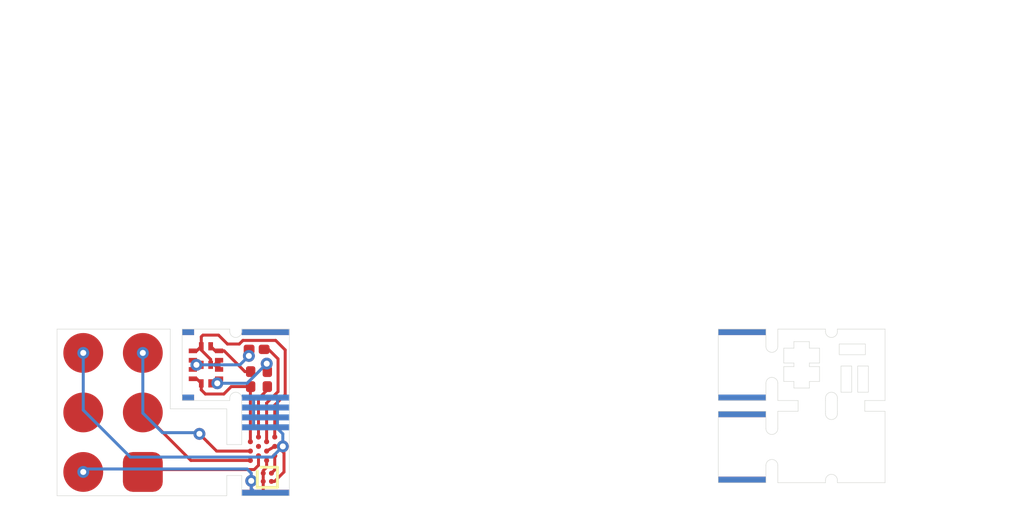
<source format=kicad_pcb>
(kicad_pcb (version 20211014) (generator pcbnew)
  (layers (0 "F.Cu" signal) (31 "B.Cu" signal) (34 "B.Paste" user) (35 "F.Paste" user) (36 "B.SilkS" user "B.Silkscreen") (37 "F.SilkS" user "F.Silkscreen") (38 "B.Mask" user) (39 "F.Mask" user) (44 "Edge.Cuts" user))
  (net 0 "")
  (net 1 "/gnd")
  (net 2 "/e25")
  (net 3 "/e3")
  (net 4 "/e6")
  (net 5 "/vcc")
  (net 6 "/e14")
  (net 7 "/clk")
  (net 8 "/rst")
  (net 9 "/data")
  (net 11 "Net-(U1-PadA5)")
  (net 13 "Net-(D2-Pad2)")
  (net 14 "Net-(D3-Pad2)")
  (net 15 "Net-(D7-Pad2)")
  (footprint "nanoraptor_0805_7seg:sunled0603" (layer "F.Cu") (at 98.5012 100.3409 90)
    (fp_text reference "D3" hide)
    (fp_text value "LED" hide)
    (pad "1" smd rect (at 0.2 0 90) (size 0.2 0.35) (layers "F.Cu" "F.Paste" "F.Mask") (net 6 "/e14"))
    (pad "2" smd rect (at -0.2 0 90) (size 0.2 0.35) (layers "F.Cu" "F.Paste" "F.Mask") (net 14 "Net-(D3-Pad2)"))
  )
  (footprint "Connector_PinHeader_2.54mm:PinHeader_2x03_P2.54mm_Vertical" (layer "F.Cu") (at 95.0976 102.7684 180)
    (fp_text reference "J7" hide)
    (fp_text value "AVR-TPI-6" hide)
    (pad "1" smd roundrect (at -1.27 -2.54 180) (size 1.7 1.7) (layers "F.Cu" "F.Paste" "F.Mask") (net 9 "/data"))
    (pad "2" smd oval (at 1.27 -2.54 180) (size 1.7 1.7) (layers "F.Cu" "F.Paste" "F.Mask") (net 5 "/vcc"))
    (pad "3" smd oval (at -1.27 0 180) (size 1.7 1.7) (layers "F.Cu" "F.Paste" "F.Mask") (net 7 "/clk"))
    (pad "4" smd oval (at 1.27 0 180) (size 1.7 1.7) (layers "F.Cu" "F.Paste" "F.Mask"))
    (pad "5" smd oval (at -1.27 2.54 180) (size 1.7 1.7) (layers "F.Cu" "F.Paste" "F.Mask") (net 8 "/rst"))
    (pad "6" smd oval (at 1.27 2.54 180) (size 1.7 1.7) (layers "F.Cu" "F.Paste" "F.Mask") (net 1 "/gnd"))
  )
  (footprint "nanoraptor_0805_7seg:sunled0603" (layer "F.Cu") (at 99.06 101.5274 180)
    (fp_text reference "D8" hide)
    (fp_text value "LED" hide)
    (pad "1" smd rect (at 0.2 0 180) (size 0.2 0.35) (layers "F.Cu" "F.Paste" "F.Mask") (net 2 "/e25"))
    (pad "2" smd rect (at -0.2 0 180) (size 0.2 0.35) (layers "F.Cu" "F.Paste" "F.Mask") (net 15 "Net-(D7-Pad2)"))
  )
  (footprint "TestPoint:TestPoint_Keystone_5019_Minature" (layer "F.Cu") (at 101.6 106.1974)
    (fp_text reference "J1" hide)
    (fp_text value "Conn_01x01" hide)
    (pad "1" smd rect (at 0 0) (size 2.032 0.254) (layers "F.Cu" "F.Paste" "F.Mask") (net 5 "/vcc"))
  )
  (footprint "Package_CSP:WLCSP-12_1.403x1.555mm_P0.4mm_Stagger" (layer "F.Cu") (at 101.473 104.3178 -90)
    (fp_text reference "U1" hide)
    (fp_text value "ATtiny20-U" hide)
    (pad "A1" smd circle (at -0.5 -0.5195 270) (size 0.215 0.215) (layers "F.Cu" "F.Paste" "F.Mask") (net 6 "/e14"))
    (pad "A3" smd circle (at -0.1 -0.5195 270) (size 0.215 0.215) (layers "F.Cu" "F.Paste" "F.Mask") (net 1 "/gnd"))
    (pad "A5" smd circle (at 0.3 -0.5195 270) (size 0.215 0.215) (layers "F.Cu" "F.Paste" "F.Mask") (net 11 "Net-(U1-PadA5)"))
    (pad "B2" smd circle (at -0.3 -0.173167 270) (size 0.215 0.215) (layers "F.Cu" "F.Paste" "F.Mask") (net 3 "/e3"))
    (pad "B4" smd circle (at 0.1 -0.173167 270) (size 0.215 0.215) (layers "F.Cu" "F.Paste" "F.Mask") (net 1 "/gnd"))
    (pad "B6" smd circle (at 0.5 -0.173167 270) (size 0.215 0.215) (layers "F.Cu" "F.Paste" "F.Mask") (net 5 "/vcc"))
    (pad "C1" smd circle (at -0.5 0.173167 270) (size 0.215 0.215) (layers "F.Cu" "F.Paste" "F.Mask") (net 4 "/e6"))
    (pad "C3" smd circle (at -0.1 0.173167 270) (size 0.215 0.215) (layers "F.Cu" "F.Paste" "F.Mask"))
    (pad "C5" smd circle (at 0.3 0.173167 270) (size 0.215 0.215) (layers "F.Cu" "F.Paste" "F.Mask") (net 9 "/data"))
    (pad "D2" smd circle (at -0.3 0.5195 270) (size 0.215 0.215) (layers "F.Cu" "F.Paste" "F.Mask") (net 2 "/e25"))
    (pad "D4" smd circle (at 0.1 0.5195 270) (size 0.215 0.215) (layers "F.Cu" "F.Paste" "F.Mask") (net 8 "/rst"))
    (pad "D6" smd circle (at 0.5 0.5195 270) (size 0.215 0.215) (layers "F.Cu" "F.Paste" "F.Mask") (net 7 "/clk"))
  )
  (footprint "TestPoint:TestPoint_Keystone_5019_Minature" (layer "F.Cu") (at 98.298 99.3394)
    (fp_text reference "J8" hide)
    (fp_text value "Conn_01x01" hide)
    (pad "1" smd rect (at 0 0) (size 0.508 0.254) (layers "F.Cu" "F.Paste" "F.Mask"))
  )
  (footprint "nanoraptor_0805_7seg:sunled0603" (layer "F.Cu") (at 99.6188 100.3409 90)
    (fp_text reference "D4" hide)
    (fp_text value "LED" hide)
    (pad "1" smd rect (at 0.2 0 90) (size 0.2 0.35) (layers "F.Cu" "F.Paste" "F.Mask") (net 13 "Net-(D2-Pad2)"))
    (pad "2" smd rect (at -0.2 0 90) (size 0.2 0.35) (layers "F.Cu" "F.Paste" "F.Mask") (net 6 "/e14"))
  )
  (footprint "Package_CSP:WLCSP-4_0.64x0.64mm_P0.35mm" (layer "F.Cu") (at 101.6762 105.537)
    (fp_text reference "U2" hide)
    (fp_text value "TCR3UG" hide)
    (fp_line (start 0.43 0.43) (end -0.43 0.43) (layer "F.SilkS") (width 0.12))
    (fp_line (start 0.43 -0.43) (end 0.43 0.43) (layer "F.SilkS") (width 0.12))
    (fp_line (start -0.27 -0.43) (end 0.43 -0.43) (layer "F.SilkS") (width 0.12))
    (fp_line (start -0.43 0.43) (end -0.43 -0.27) (layer "F.SilkS") (width 0.12))
    (pad "A1" smd circle (at -0.175 -0.175) (size 0.21 0.21) (layers "F.Cu" "F.Paste" "F.Mask") (net 5 "/vcc"))
    (pad "A2" smd circle (at 0.175 -0.175) (size 0.21 0.21) (layers "F.Cu" "F.Paste" "F.Mask") (net 11 "Net-(U1-PadA5)"))
    (pad "B1" smd circle (at -0.175 0.175) (size 0.21 0.21) (layers "F.Cu" "F.Paste" "F.Mask") (net 5 "/vcc"))
    (pad "B2" smd circle (at 0.175 0.175) (size 0.21 0.21) (layers "F.Cu" "F.Paste" "F.Mask") (net 1 "/gnd"))
  )
  (footprint "nanoraptor_0805_7seg:sunled0603" (layer "F.Cu") (at 99.6188 101.1319 90)
    (fp_text reference "D7" hide)
    (fp_text value "LED" hide)
    (pad "1" smd rect (at 0.2 0 90) (size 0.2 0.35) (layers "F.Cu" "F.Paste" "F.Mask") (net 6 "/e14"))
    (pad "2" smd rect (at -0.2 0 90) (size 0.2 0.35) (layers "F.Cu" "F.Paste" "F.Mask") (net 15 "Net-(D7-Pad2)"))
  )
  (footprint "MountingHole:MountingHole_2.1mm" (layer "F.Cu") (at 131.699 105.0907 180)
    (fp_text reference "REF**" hide)
    (fp_text value "MountingHole_2.1mm" hide)
    (pad "" np_thru_hole circle (at 7.3152 1.778 270) (size 0.381 0.381) (drill 0.381) (layers F&B.Cu *.Mask))
    (pad "" np_thru_hole circle (at 7.1882 0.1887 180) (size 0.381 0.381) (drill 0.381) (layers F&B.Cu *.Mask))
    (pad "" np_thru_hole circle (at 4.527049 0.848616 270) (size 0.254 0.254) (drill 0.254) (layers F&B.Cu *.Mask))
    (pad "" np_thru_hole circle (at 5.2578 0.2794 180) (size 0.254 0.254) (drill 0.254) (layers F&B.Cu *.Mask))
    (pad "" np_thru_hole circle (at 5.257799 0.621841 180) (size 0.254 0.254) (drill 0.254) (layers F&B.Cu *.Mask))
    (pad "" np_thru_hole circle (at 7.315023 1.122827 270) (size 0.381 0.381) (drill 0.381) (layers F&B.Cu *.Mask))
    (pad "" np_thru_hole circle (at 4.142991 0.622581) (size 0.254 0.254) (drill 0.254) (layers F&B.Cu *.Mask))
    (pad "" np_thru_hole circle (at 4.142992 0.28014) (size 0.254 0.254) (drill 0.254) (layers F&B.Cu *.Mask))
    (pad "" np_thru_hole circle (at 6.603823 1.122827 270) (size 0.381 0.381) (drill 0.381) (layers F&B.Cu *.Mask))
    (pad "" np_thru_hole circle (at 5.261123 1.414676 180) (size 0.254 0.254) (drill 0.254) (layers F&B.Cu *.Mask))
    (pad "" np_thru_hole circle (at 5.261124 1.072235 180) (size 0.254 0.254) (drill 0.254) (layers F&B.Cu *.Mask))
    (pad "" np_thru_hole circle (at 4.143859 1.413906) (size 0.254 0.254) (drill 0.254) (layers F&B.Cu *.Mask))
    (pad "" np_thru_hole circle (at 4.869352 1.632031 90) (size 0.254 0.254) (drill 0.254) (layers F&B.Cu *.Mask))
    (pad "" np_thru_hole circle (at 4.86949 0.848617 270) (size 0.254 0.254) (drill 0.254) (layers F&B.Cu *.Mask))
    (pad "" np_thru_hole circle (at 6.604 1.778 270) (size 0.381 0.381) (drill 0.381) (layers F&B.Cu *.Mask))
    (pad "" np_thru_hole circle (at 4.526911 1.63203 90) (size 0.254 0.254) (drill 0.254) (layers F&B.Cu *.Mask))
    (pad "" np_thru_hole circle (at 4.14386 1.071465) (size 0.254 0.254) (drill 0.254) (layers F&B.Cu *.Mask))
    (pad "" np_thru_hole circle (at 4.5212 0.0508 180) (size 0.254 0.254) (drill 0.254) (layers F&B.Cu *.Mask))
    (pad "" np_thru_hole circle (at 6.533027 0.188877 180) (size 0.381 0.381) (drill 0.381) (layers F&B.Cu *.Mask))
    (pad "" np_thru_hole circle (at 4.868698 0.051155 180) (size 0.254 0.254) (drill 0.254) (layers F&B.Cu *.Mask))
  )
  (footprint "nanoraptor_0805_7seg:sunled0603" (layer "F.Cu") (at 99.06 99.9454 180)
    (fp_text reference "D2" hide)
    (fp_text value "LED" hide)
    (pad "1" smd rect (at 0.2 0 180) (size 0.2 0.35) (layers "F.Cu" "F.Paste" "F.Mask") (net 6 "/e14"))
    (pad "2" smd rect (at -0.2 0 180) (size 0.2 0.35) (layers "F.Cu" "F.Paste" "F.Mask") (net 13 "Net-(D2-Pad2)"))
  )
  (footprint "nanoraptor_0805_7seg:sunled0603" (layer "F.Cu") (at 99.06 100.7364 180)
    (fp_text reference "D5" hide)
    (fp_text value "LED" hide)
    (pad "1" smd rect (at 0.2 0 180) (size 0.2 0.35) (layers "F.Cu" "F.Paste" "F.Mask") (net 14 "Net-(D3-Pad2)"))
    (pad "2" smd rect (at -0.2 0 180) (size 0.2 0.35) (layers "F.Cu" "F.Paste" "F.Mask") (net 6 "/e14"))
  )
  (footprint "TestPoint:TestPoint_Keystone_5019_Minature" (layer "F.Cu") (at 101.6 99.3394 180)
    (fp_text reference "J3" hide)
    (fp_text value "Conn_01x01" hide)
    (pad "1" smd rect (at 0 0 180) (size 2.032 0.254) (layers "B.Cu" "B.Paste" "B.Mask"))
    (pad "1" smd rect (at -0.001904 0.001904 180) (size 2.032 0.254) (layers "F.Cu" "F.Paste" "F.Mask"))
  )
  (footprint "Resistor_SMD:R_0201_0603Metric" (layer "F.Cu") (at 101.219 100.076 180)
    (fp_text reference "R3" hide)
    (fp_text value "1kΩ" hide)
    (pad "1" smd roundrect (at -0.32 0 180) (size 0.46 0.4) (layers "F.Cu" "F.Mask") (net 3 "/e3"))
    (pad "2" smd roundrect (at 0.32 0 180) (size 0.46 0.4) (layers "F.Cu" "F.Mask") (net 14 "Net-(D3-Pad2)"))
  )
  (footprint "TestPoint:TestPoint_Keystone_5019_Minature" (layer "F.Cu") (at 121.919999 102.133401)
    (fp_text reference "J**" hide)
    (fp_text value "Conn_01x01" hide)
    (pad "1" smd rect (at 0 0) (size 2.032 0.254) (layers "F.Cu" "F.Paste" "F.Mask"))
  )
  (footprint "TestPoint:TestPoint_Keystone_5019_Minature" (layer "F.Cu") (at 121.92 99.3394)
    (fp_text reference "J2" hide)
    (fp_text value "Conn_01x01" hide)
    (pad "1" smd rect (at 0 0) (size 2.032 0.254) (layers "F.Cu" "F.Paste" "F.Mask"))
  )
  (footprint "Resistor_SMD:R_0201_0603Metric" (layer "F.Cu") (at 100.965 101.346 -90)
    (fp_text reference "R1" hide)
    (fp_text value "1kΩ" hide)
    (pad "1" smd roundrect (at -0.32 0 270) (size 0.46 0.4) (layers "F.Cu" "F.Mask") (net 13 "Net-(D2-Pad2)"))
    (pad "2" smd roundrect (at 0.32 0 270) (size 0.46 0.4) (layers "F.Cu" "F.Mask") (net 2 "/e25"))
  )
  (footprint "TestPoint:TestPoint_Keystone_5019_Minature" (layer "F.Cu") (at 98.298 102.1334)
    (fp_text reference "J8" hide)
    (fp_text value "Conn_01x01" hide)
    (pad "1" smd rect (at 0 0) (size 0.508 0.254) (layers "F.Cu" "F.Paste" "F.Mask"))
  )
  (footprint "nanoraptor_0805_7seg:sunled0603" (layer "F.Cu") (at 98.5012 101.1319 -90)
    (fp_text reference "D6" hide)
    (fp_text value "LED" hide)
    (pad "1" smd rect (at 0.2 0 270) (size 0.2 0.35) (layers "F.Cu" "F.Paste" "F.Mask") (net 2 "/e25"))
    (pad "2" smd rect (at -0.2 0 270) (size 0.2 0.35) (layers "F.Cu" "F.Paste" "F.Mask") (net 14 "Net-(D3-Pad2)"))
  )
  (footprint "TestPoint:TestPoint_Keystone_5019_Minature" (layer "F.Cu") (at 121.919998 105.638601)
    (fp_text reference "J**" hide)
    (fp_text value "Conn_01x01" hide)
    (pad "1" smd rect (at 0 0) (size 2.032 0.254) (layers "F.Cu" "F.Paste" "F.Mask"))
  )
  (footprint "Resistor_SMD:R_0201_0603Metric" (layer "F.Cu") (at 101.6762 101.346 -90)
    (fp_text reference "R2" hide)
    (fp_text value "1kΩ" hide)
    (pad "1" smd roundrect (at -0.32 0 270) (size 0.46 0.4) (layers "F.Cu" "F.Mask") (net 15 "Net-(D7-Pad2)"))
    (pad "2" smd roundrect (at 0.32 0 270) (size 0.46 0.4) (layers "F.Cu" "F.Mask") (net 4 "/e6"))
  )
  (footprint "TestPoint:TestPoint_Keystone_5019_Minature" (layer "F.Cu") (at 121.919999 102.8446)
    (fp_text reference "J2" hide)
    (fp_text value "Conn_01x01" hide)
    (pad "1" smd rect (at 0 0) (size 2.032 0.254) (layers "F.Cu" "F.Paste" "F.Mask"))
  )
  (footprint "TestPoint:TestPoint_Keystone_5019_Minature" (layer "B.Cu") (at 98.298 102.1334 180)
    (fp_text reference "J8" hide)
    (fp_text value "Conn_01x01" hide)
    (pad "1" smd rect (at 0 0 180) (size 0.508 0.254) (layers "B.Cu" "B.Paste" "B.Mask"))
  )
  (footprint "TestPoint:TestPoint_Keystone_5019_Minature" (layer "B.Cu") (at 121.92 105.638601 180)
    (fp_text reference "J**" hide)
    (fp_text value "Conn_01x01" hide)
    (pad "1" smd rect (at 0 0 180) (size 2.032 0.254) (layers "B.Cu" "B.Paste" "B.Mask"))
  )
  (footprint "TestPoint:TestPoint_Keystone_5019_Minature" (layer "B.Cu") (at 101.6 102.556733 180)
    (fp_text reference "J8" hide)
    (fp_text value "Conn_01x01" hide)
    (pad "1" smd rect (at 0 0 180) (size 2.032 0.254) (layers "B.Cu" "B.Paste" "B.Mask") (net 1 "/gnd"))
  )
  (footprint "TestPoint:TestPoint_Keystone_5019_Minature" (layer "B.Cu") (at 101.6 106.1974 180)
    (fp_text reference "J1" hide)
    (fp_text value "Conn_01x01" hide)
    (pad "1" smd rect (at 0 0 180) (size 2.032 0.254) (layers "B.Cu" "B.Paste" "B.Mask") (net 5 "/vcc"))
  )
  (footprint "TestPoint:TestPoint_Keystone_5019_Minature" (layer "B.Cu") (at 121.920001 102.133401 180)
    (fp_text reference "J**" hide)
    (fp_text value "Conn_01x01" hide)
    (pad "1" smd rect (at 0 0 180) (size 2.032 0.254) (layers "B.Cu" "B.Paste" "B.Mask"))
  )
  (footprint "TestPoint:TestPoint_Keystone_5019_Minature" (layer "B.Cu") (at 101.6 102.1334)
    (fp_text reference "J4" hide)
    (fp_text value "Conn_01x01" hide)
    (pad "1" smd rect (at 0 0) (size 2.032 0.254) (layers "B.Cu" "B.Paste" "B.Mask") (net 1 "/gnd"))
  )
  (footprint "TestPoint:TestPoint_Keystone_5019_Minature" (layer "B.Cu") (at 121.919999 102.8446 180)
    (fp_text reference "J2" hide)
    (fp_text value "Conn_01x01" hide)
    (pad "1" smd rect (at 0 0 180) (size 2.032 0.254) (layers "B.Cu" "B.Paste" "B.Mask"))
  )
  (footprint "TestPoint:TestPoint_Keystone_5019_Minature" (layer "B.Cu") (at 101.599999 103.403399 180)
    (fp_text reference "J2" hide)
    (fp_text value "Conn_01x01" hide)
    (pad "1" smd rect (at 0 0 180) (size 2.032 0.254) (layers "B.Cu" "B.Paste" "B.Mask") (net 1 "/gnd"))
  )
  (footprint "TestPoint:TestPoint_Keystone_5019_Minature" (layer "B.Cu") (at 98.298 99.3394 180)
    (fp_text reference "J8" hide)
    (fp_text value "Conn_01x01" hide)
    (pad "1" smd rect (at 0 0 180) (size 0.508 0.254) (layers "B.Cu" "B.Paste" "B.Mask"))
  )
  (footprint "TestPoint:TestPoint_Keystone_5019_Minature" (layer "B.Cu") (at 121.92 99.3394 180)
    (fp_text reference "J2" hide)
    (fp_text value "Conn_01x01" hide)
    (pad "1" smd rect (at 0 0 180) (size 2.032 0.254) (layers "B.Cu" "B.Paste" "B.Mask"))
  )
  (footprint "TestPoint:TestPoint_Keystone_5019_Minature" (layer "B.Cu") (at 101.6 102.980066 180)
    (fp_text reference "J6" hide)
    (fp_text value "Conn_01x01" hide)
    (pad "1" smd rect (at 0 0 180) (size 2.032 0.254) (layers "B.Cu" "B.Paste" "B.Mask") (net 1 "/gnd"))
  )
  (gr_line (start 125.476 105.7656) (end 125.476 105.664) (layer "Edge.Cuts") (width 0.02))
  (gr_line (start 98.044 99.2124) (end 98.044 102.2604) (layer "Edge.Cuts") (width 0.02))
  (gr_arc (start 125.476 102.1588) (mid 125.73 101.9048) (end 125.984 102.1588) (layer "Edge.Cuts") (width 0.02))
  (gr_rect (start 126.0602 99.8474) (end 127.1778 100.3046) (layer "Edge.Cuts") (width 0.02) (fill none))
  (gr_line (start 124.1298 101.4476) (end 123.698 101.4476) (layer "Edge.Cuts") (width 0.02))
  (gr_line (start 124.7902 100.6602) (end 124.7902 100.8126) (layer "Edge.Cuts") (width 0.02))
  (gr_line (start 123.444 99.949) (end 123.444 99.2124) (layer "Edge.Cuts") (width 0.02))
  (gr_line (start 122.935999 105.7656) (end 120.903999 105.7656) (layer "Edge.Cuts") (width 0.02))
  (gr_line (start 124.7902 99.7458) (end 124.7902 100.0252) (layer "Edge.Cuts") (width 0.02))
  (gr_line (start 100.584 99.2124) (end 102.616 99.2124) (layer "Edge.Cuts") (width 0.02))
  (gr_line (start 125.984 99.2124) (end 125.984 99.314) (layer "Edge.Cuts") (width 0.02))
  (gr_line (start 100.584 105.4608) (end 100.584 106.3244) (layer "Edge.Cuts") (width 0.02))
  (gr_line (start 92.71 99.2124) (end 97.536 99.2124) (layer "Edge.Cuts") (width 0.02))
  (gr_line (start 123.698 101.4476) (end 123.698 100.8126) (layer "Edge.Cuts") (width 0.02))
  (gr_line (start 124.307601 102.2604) (end 124.3076 102.7176) (layer "Edge.Cuts") (width 0.02))
  (gr_line (start 122.936 102.2604) (end 120.904 102.2604) (layer "Edge.Cuts") (width 0.02))
  (gr_line (start 125.476 102.2604) (end 125.476 102.7176) (layer "Edge.Cuts") (width 0.02))
  (gr_line (start 100.076 102.2604) (end 100.076 102.1588) (layer "Edge.Cuts") (width 0.02))
  (gr_line (start 125.984 102.2604) (end 125.984 102.1588) (layer "Edge.Cuts") (width 0.02))
  (gr_line (start 100.584 104.14) (end 99.949 104.14) (layer "Edge.Cuts") (width 0.02))
  (gr_arc (start 122.935999 105.029) (mid 123.189999 104.775) (end 123.443999 105.029) (layer "Edge.Cuts") (width 0.02))
  (gr_line (start 92.71 106.3244) (end 92.71 99.2124) (layer "Edge.Cuts") (width 0.02))
  (gr_line (start 102.616001 102.2604) (end 102.616 99.2124) (layer "Edge.Cuts") (width 0.02))
  (gr_line (start 100.584 105.4608) (end 99.949 105.4608) (layer "Edge.Cuts") (width 0.02))
  (gr_line (start 123.698 100.8126) (end 124.1298 100.8126) (layer "Edge.Cuts") (width 0.02))
  (gr_arc (start 100.584 99.314) (mid 100.33 99.568) (end 100.076 99.314) (layer "Edge.Cuts") (width 0.02))
  (gr_line (start 97.536 99.2124) (end 97.536 102.616) (layer "Edge.Cuts") (width 0.02))
  (gr_arc (start 123.443999 103.4542) (mid 123.189999 103.7082) (end 122.935999 103.4542) (layer "Edge.Cuts") (width 0.02))
  (gr_line (start 125.222 101.4476) (end 124.7902 101.4476) (layer "Edge.Cuts") (width 0.02))
  (gr_line (start 122.936 102.2604) (end 122.936 101.5238) (layer "Edge.Cuts") (width 0.02))
  (gr_line (start 125.476 102.2604) (end 125.476 102.1588) (layer "Edge.Cuts") (width 0.02))
  (gr_line (start 125.984 105.7656) (end 125.984 105.664) (layer "Edge.Cuts") (width 0.02))
  (gr_line (start 102.616 106.3244) (end 100.584 106.3244) (layer "Edge.Cuts") (width 0.02))
  (gr_line (start 125.984 102.2604) (end 125.984 102.7176) (layer "Edge.Cuts") (width 0.02))
  (gr_line (start 124.1298 100.0252) (end 124.1298 99.7458) (layer "Edge.Cuts") (width 0.02))
  (gr_line (start 99.949 102.616) (end 97.536 102.616) (layer "Edge.Cuts") (width 0.02))
  (gr_line (start 123.444 99.2124) (end 125.476 99.2124) (layer "Edge.Cuts") (width 0.02))
  (gr_line (start 123.444 102.2604) (end 123.444 101.5238) (layer "Edge.Cuts") (width 0.02))
  (gr_line (start 100.584 102.2604) (end 100.584 102.1588) (layer "Edge.Cuts") (width 0.02))
  (gr_line (start 123.443999 105.7656) (end 123.443999 105.029) (layer "Edge.Cuts") (width 0.02))
  (gr_line (start 125.476 105.7656) (end 123.444 105.7656) (layer "Edge.Cuts") (width 0.02))
  (gr_line (start 122.935999 102.7176) (end 122.935999 103.4542) (layer "Edge.Cuts") (width 0.02))
  (gr_line (start 124.3076 102.7176) (end 123.443999 102.7176) (layer "Edge.Cuts") (width 0.02))
  (gr_line (start 127.152399 102.7176) (end 127.1524 102.2604) (layer "Edge.Cuts") (width 0.02))
  (gr_line (start 102.615999 103.2764) (end 102.616 106.3244) (layer "Edge.Cuts") (width 0.02))
  (gr_line (start 125.476 102.7176) (end 125.476 102.8192) (layer "Edge.Cuts") (width 0.02))
  (gr_line (start 125.222 100.6602) (end 124.7902 100.6602) (layer "Edge.Cuts") (width 0.02))
  (gr_line (start 98.044 99.2124) (end 100.076 99.2124) (layer "Edge.Cuts") (width 0.02))
  (gr_line (start 125.222 100.8126) (end 125.222 101.4476) (layer "Edge.Cuts") (width 0.02))
  (gr_line (start 123.444 102.2604) (end 124.307601 102.2604) (layer "Edge.Cuts") (width 0.02))
  (gr_line (start 100.076 102.2604) (end 98.044 102.2604) (layer "Edge.Cuts") (width 0.02))
  (gr_arc (start 125.984 99.314) (mid 125.73 99.568) (end 125.476 99.314) (layer "Edge.Cuts") (width 0.02))
  (gr_line (start 124.7902 100.8126) (end 125.222 100.8126) (layer "Edge.Cuts") (width 0.02))
  (gr_line (start 120.903999 102.7176) (end 120.903999 105.7656) (layer "Edge.Cuts") (width 0.02))
  (gr_line (start 128.016 102.7176) (end 127.152399 102.7176) (layer "Edge.Cuts") (width 0.02))
  (gr_line (start 124.1298 100.6602) (end 123.698 100.6602) (layer "Edge.Cuts") (width 0.02))
  (gr_line (start 124.1298 101.727) (end 124.1298 101.4476) (layer "Edge.Cuts") (width 0.02))
  (gr_rect (start 126.8476 100.7872) (end 127.3048 101.9048) (layer "Edge.Cuts") (width 0.02) (fill none))
  (gr_arc (start 100.076 102.1588) (mid 100.33 101.9048) (end 100.584 102.1588) (layer "Edge.Cuts") (width 0.02))
  (gr_line (start 99.949 102.616) (end 99.949 104.14) (layer "Edge.Cuts") (width 0.02))
  (gr_line (start 123.443999 103.4542) (end 123.443999 102.7176) (layer "Edge.Cuts") (width 0.02))
  (gr_line (start 128.016 105.7656) (end 125.984 105.7656) (layer "Edge.Cuts") (width 0.02))
  (gr_line (start 99.949 105.4608) (end 99.949 106.3244) (layer "Edge.Cuts") (width 0.02))
  (gr_line (start 125.984 99.2124) (end 128.016 99.2124) (layer "Edge.Cuts") (width 0.02))
  (gr_line (start 125.984 102.7176) (end 125.984 102.8192) (layer "Edge.Cuts") (width 0.02))
  (gr_line (start 102.616001 102.2604) (end 102.615999 103.2764) (layer "Edge.Cuts") (width 0.02))
  (gr_line (start 128.016 105.7656) (end 128.016 102.7176) (layer "Edge.Cuts") (width 0.02))
  (gr_line (start 124.7902 101.727) (end 124.1298 101.727) (layer "Edge.Cuts") (width 0.02))
  (gr_line (start 100.584 103.2764) (end 100.584 104.14) (layer "Edge.Cuts") (width 0.02))
  (gr_line (start 100.584 103.2764) (end 100.584 102.2604) (layer "Edge.Cuts") (width 0.02))
  (gr_line (start 100.076 99.2124) (end 100.076 99.314) (layer "Edge.Cuts") (width 0.02))
  (gr_line (start 124.7902 101.4476) (end 124.7902 101.727) (layer "Edge.Cuts") (width 0.02))
  (gr_line (start 127.1524 102.2604) (end 128.016001 102.2604) (layer "Edge.Cuts") (width 0.02))
  (gr_line (start 128.016001 102.2604) (end 128.016 99.2124) (layer "Edge.Cuts") (width 0.02))
  (gr_line (start 123.698 100.0252) (end 124.1298 100.0252) (layer "Edge.Cuts") (width 0.02))
  (gr_line (start 120.904 99.2124) (end 122.936 99.2124) (layer "Edge.Cuts") (width 0.02))
  (gr_rect (start 126.1364 100.7872) (end 126.5936 101.9048) (layer "Edge.Cuts") (width 0.02) (fill none))
  (gr_line (start 120.903999 102.7176) (end 122.935999 102.7176) (layer "Edge.Cuts") (width 0.02))
  (gr_line (start 120.904 99.2124) (end 120.904 102.2604) (layer "Edge.Cuts") (width 0.02))
  (gr_line (start 124.7902 100.0252) (end 125.222 100.0252) (layer "Edge.Cuts") (width 0.02))
  (gr_line (start 123.698 100.6602) (end 123.698 100.0252) (layer "Edge.Cuts") (width 0.02))
  (gr_line (start 125.222 100.0252) (end 125.222 100.6602) (layer "Edge.Cuts") (width 0.02))
  (gr_line (start 125.476 99.2124) (end 125.476 99.314) (layer "Edge.Cuts") (width 0.02))
  (gr_arc (start 125.984 102.8192) (mid 125.73 103.0732) (end 125.476 102.8192) (layer "Edge.Cuts") (width 0.02))
  (gr_line (start 124.1298 99.7458) (end 124.7902 99.7458) (layer "Edge.Cuts") (width 0.02))
  (gr_arc (start 123.444 99.949) (mid 123.19 100.203) (end 122.936 99.949) (layer "Edge.Cuts") (width 0.02))
  (gr_arc (start 125.476 105.664) (mid 125.73 105.41) (end 125.984 105.664) (layer "Edge.Cuts") (width 0.02))
  (gr_line (start 122.935999 105.7656) (end 122.935999 105.029) (layer "Edge.Cuts") (width 0.02))
  (gr_line (start 99.949 106.3244) (end 92.71 106.3244) (layer "Edge.Cuts") (width 0.02))
  (gr_line (start 100.584 99.2124) (end 100.584 99.314) (layer "Edge.Cuts") (width 0.02))
  (gr_line (start 122.936 99.2124) (end 122.936 99.949) (layer "Edge.Cuts") (width 0.02))
  (gr_arc (start 122.936 101.5238) (mid 123.19 101.2698) (end 123.444 101.5238) (layer "Edge.Cuts") (width 0.02))
  (gr_line (start 124.1298 100.8126) (end 124.1298 100.6602) (layer "Edge.Cuts") (width 0.02))
  (segment (start 102.3874 105.3084) (end 102.3874 104.4956) (width 0.127) (layer "F.Cu") (net 1))
  (segment (start 101.9838 105.712) (end 102.3874 105.3084) (width 0.127) (layer "F.Cu") (net 1))
  (segment (start 101.9925 104.2178) (end 102.3366 104.2178) (width 0.127) (layer "F.Cu") (net 1))
  (segment (start 102.1096 104.2178) (end 101.9925 104.2178) (width 0.127) (layer "F.Cu") (net 1))
  (segment (start 102.3874 104.4956) (end 102.1096 104.2178) (width 0.127) (layer "F.Cu") (net 1))
  (segment (start 101.8512 105.712) (end 101.9838 105.712) (width 0.127) (layer "F.Cu") (net 1))
  (segment (start 101.9925 104.2178) (end 101.646167 104.4178) (width 0.127) (layer "F.Cu") (net 1))
  (via (at 102.3366 104.2178) (size 0.508) (drill 0.254) (layers "F.Cu" "B.Cu") (net 1))
  (via (at 93.8276 100.2284) (size 0.508) (drill 0.254) (layers "F.Cu" "B.Cu") (net 1))
  (segment (start 93.8276 102.6668) (end 93.8276 100.2284) (width 0.127) (layer "B.Cu") (net 1))
  (segment (start 101.092 102.980066) (end 101.091999 103.403399) (width 0.127) (layer "B.Cu") (net 1))
  (segment (start 95.8342 104.6734) (end 93.8276 102.6668) (width 0.127) (layer "B.Cu") (net 1))
  (segment (start 102.0572 103.4034) (end 101.599999 103.4034) (width 0.127) (layer "B.Cu") (net 1))
  (segment (start 102.108 102.980066) (end 102.107999 103.403399) (width 0.127) (layer "B.Cu") (net 1))
  (segment (start 102.3366 103.6828) (end 102.0572 103.4034) (width 0.127) (layer "B.Cu") (net 1))
  (segment (start 101.881 104.6734) (end 95.8342 104.6734) (width 0.127) (layer "B.Cu") (net 1))
  (segment (start 101.092 102.1334) (end 101.092 102.556733) (width 0.127) (layer "B.Cu") (net 1))
  (segment (start 102.3366 104.2178) (end 101.881 104.6734) (width 0.127) (layer "B.Cu") (net 1))
  (segment (start 101.092 102.556733) (end 101.092 102.980066) (width 0.127) (layer "B.Cu") (net 1))
  (segment (start 102.108 102.556733) (end 102.108 102.980066) (width 0.127) (layer "B.Cu") (net 1))
  (segment (start 102.3366 104.2178) (end 102.3366 103.6828) (width 0.127) (layer "B.Cu") (net 1))
  (segment (start 102.108 102.1334) (end 102.108 102.556733) (width 0.127) (layer "B.Cu") (net 1))
  (segment (start 98.5012 101.3319) (end 98.6645 101.3319) (width 0.127) (layer "F.Cu") (net 2))
  (segment (start 99.822 101.981) (end 100.137 101.666) (width 0.127) (layer "F.Cu") (net 2))
  (segment (start 98.6645 101.3319) (end 98.86 101.5274) (width 0.127) (layer "F.Cu") (net 2))
  (segment (start 98.86 101.5274) (end 98.86 101.8064) (width 0.127) (layer "F.Cu") (net 2))
  (segment (start 100.9535 101.6775) (end 100.965 101.666) (width 0.127) (layer "F.Cu") (net 2))
  (segment (start 100.137 101.666) (end 100.965 101.666) (width 0.127) (layer "F.Cu") (net 2))
  (segment (start 100.9535 104.0178) (end 100.9535 101.6775) (width 0.127) (layer "F.Cu") (net 2))
  (segment (start 98.86 101.8064) (end 99.0346 101.981) (width 0.127) (layer "F.Cu") (net 2))
  (segment (start 99.0346 101.981) (end 99.822 101.981) (width 0.127) (layer "F.Cu") (net 2))
  (segment (start 101.539 100.076) (end 101.727 100.076) (width 0.127) (layer "F.Cu") (net 3))
  (segment (start 101.646167 102.366633) (end 101.646167 104.0178) (width 0.127) (layer "F.Cu") (net 3))
  (segment (start 101.727 100.076) (end 102.1334 100.4824) (width 0.127) (layer "F.Cu") (net 3))
  (segment (start 102.1334 101.8794) (end 101.646167 102.366633) (width 0.127) (layer "F.Cu") (net 3))
  (segment (start 102.1334 100.4824) (end 102.1334 101.8794) (width 0.127) (layer "F.Cu") (net 3))
  (segment (start 101.299833 102.179567) (end 101.299833 103.8178) (width 0.127) (layer "F.Cu") (net 4))
  (segment (start 101.6762 101.666) (end 101.6762 101.8032) (width 0.127) (layer "F.Cu") (net 4))
  (segment (start 101.6762 101.8032) (end 101.299833 102.179567) (width 0.127) (layer "F.Cu") (net 4))
  (segment (start 100.9904 106.0958) (end 100.9904 105.6894) (width 0.127) (layer "F.Cu") (net 5))
  (segment (start 101.6 106.1974) (end 101.092 106.1974) (width 0.127) (layer "F.Cu") (net 5))
  (segment (start 101.5012 105.2548) (end 101.646167 105.109833) (width 0.127) (layer "F.Cu") (net 5))
  (segment (start 101.5012 106.0986) (end 101.5012 105.712) (width 0.127) (layer "F.Cu") (net 5))
  (segment (start 101.5012 105.362) (end 101.5012 105.2548) (width 0.127) (layer "F.Cu") (net 5))
  (segment (start 101.092 106.1974) (end 100.9904 106.0958) (width 0.127) (layer "F.Cu") (net 5))
  (segment (start 101.6 106.1974) (end 101.5012 106.0986) (width 0.127) (layer "F.Cu") (net 5))
  (segment (start 101.5012 105.712) (end 101.5012 105.362) (width 0.127) (layer "F.Cu") (net 5))
  (segment (start 101.646167 105.109833) (end 101.646167 104.8178) (width 0.127) (layer "F.Cu") (net 5))
  (via (at 100.9904 105.6894) (size 0.508) (drill 0.254) (layers "F.Cu" "B.Cu") (net 5))
  (via (at 93.8276 105.3084) (size 0.508) (drill 0.254) (layers "F.Cu" "B.Cu") (net 5))
  (segment (start 100.9904 105.6894) (end 100.9904 106.0196) (width 0.127) (layer "B.Cu") (net 5))
  (segment (start 100.9904 106.0196) (end 101.1682 106.1974) (width 0.127) (layer "B.Cu") (net 5))
  (segment (start 101.1682 106.1974) (end 101.6 106.1974) (width 0.127) (layer "B.Cu") (net 5))
  (segment (start 100.8126 105.1814) (end 93.9546 105.1814) (width 0.127) (layer "B.Cu") (net 5))
  (segment (start 100.9904 105.6894) (end 100.9904 105.3592) (width 0.127) (layer "B.Cu") (net 5))
  (segment (start 100.9904 105.3592) (end 100.8126 105.1814) (width 0.127) (layer "B.Cu") (net 5))
  (segment (start 93.9546 105.1814) (end 93.8276 105.3084) (width 0.127) (layer "B.Cu") (net 5))
  (segment (start 98.86 99.5394) (end 98.933 99.4664) (width 0.127) (layer "F.Cu") (net 6))
  (segment (start 99.6188 100.5409) (end 99.6188 100.9319) (width 0.127) (layer "F.Cu") (net 6))
  (segment (start 98.86 100.1046) (end 99.26 100.5046) (width 0.127) (layer "F.Cu") (net 6))
  (segment (start 100.6348 99.695) (end 102.0318 99.695) (width 0.127) (layer "F.Cu") (net 6))
  (segment (start 98.933 99.4664) (end 99.5934 99.4664) (width 0.127) (layer "F.Cu") (net 6))
  (segment (start 98.5012 100.1409) (end 98.6645 100.1409) (width 0.127) (layer "F.Cu") (net 6))
  (segment (start 102.4382 102.0064) (end 101.9925 102.4521) (width 0.127) (layer "F.Cu") (net 6))
  (segment (start 99.4233 100.7364) (end 99.6188 100.5409) (width 0.127) (layer "F.Cu") (net 6))
  (segment (start 98.6645 100.1409) (end 98.86 99.9454) (width 0.127) (layer "F.Cu") (net 6))
  (segment (start 102.0318 99.695) (end 102.4382 100.1014) (width 0.127) (layer "F.Cu") (net 6))
  (segment (start 99.4233 100.7364) (end 99.26 100.7364) (width 0.127) (layer "F.Cu") (net 6))
  (segment (start 99.5934 99.4664) (end 99.9744 99.8474) (width 0.127) (layer "F.Cu") (net 6))
  (segment (start 98.86 99.9454) (end 98.86 100.1046) (width 0.127) (layer "F.Cu") (net 6))
  (segment (start 99.9744 99.8474) (end 100.4824 99.8474) (width 0.127) (layer "F.Cu") (net 6))
  (segment (start 100.4824 99.8474) (end 100.6348 99.695) (width 0.127) (layer "F.Cu") (net 6))
  (segment (start 101.9925 102.4521) (end 101.9925 103.8178) (width 0.127) (layer "F.Cu") (net 6))
  (segment (start 98.86 99.9454) (end 98.86 99.5394) (width 0.127) (layer "F.Cu") (net 6))
  (segment (start 102.4382 100.1014) (end 102.4382 102.0064) (width 0.127) (layer "F.Cu") (net 6))
  (segment (start 99.6188 100.9319) (end 99.4233 100.7364) (width 0.127) (layer "F.Cu") (net 6))
  (segment (start 99.26 100.5046) (end 99.26 100.7364) (width 0.127) (layer "F.Cu") (net 6))
  (segment (start 100.9535 104.8178) (end 98.417 104.8178) (width 0.127) (layer "F.Cu") (net 7))
  (segment (start 98.417 104.8178) (end 96.3676 102.7684) (width 0.127) (layer "F.Cu") (net 7))
  (segment (start 100.9535 104.4178) (end 99.5156 104.4178) (width 0.127) (layer "F.Cu") (net 8))
  (segment (start 99.1362 104.0384) (end 98.7806 103.6828) (width 0.127) (layer "F.Cu") (net 8))
  (segment (start 99.5156 104.4178) (end 99.1362 104.0384) (width 0.127) (layer "F.Cu") (net 8))
  (via (at 96.3676 100.2284) (size 0.508) (drill 0.254) (layers "F.Cu" "B.Cu") (net 8))
  (via (at 98.7806 103.6828) (size 0.508) (drill 0.254) (layers "F.Cu" "B.Cu") (net 8))
  (segment (start 98.7298 103.632) (end 97.2058 103.632) (width 0.127) (layer "B.Cu") (net 8))
  (segment (start 98.7806 103.6828) (end 98.7298 103.632) (width 0.127) (layer "B.Cu") (net 8))
  (segment (start 97.2058 103.632) (end 96.3676 102.7938) (width 0.127) (layer "B.Cu") (net 8))
  (segment (start 96.3676 102.7938) (end 96.3676 100.2284) (width 0.127) (layer "B.Cu") (net 8))
  (segment (start 96.4692 105.2068) (end 96.3676 105.3084) (width 0.127) (layer "F.Cu") (net 9))
  (segment (start 101.299833 105.024367) (end 101.1174 105.2068) (width 0.127) (layer "F.Cu") (net 9))
  (segment (start 101.299833 104.6178) (end 101.299833 105.024367) (width 0.127) (layer "F.Cu") (net 9))
  (segment (start 101.1174 105.2068) (end 96.4692 105.2068) (width 0.127) (layer "F.Cu") (net 9))
  (segment (start 101.9925 105.2207) (end 101.8512 105.362) (width 0.127) (layer "F.Cu") (net 11))
  (segment (start 101.9925 104.6178) (end 101.9925 105.2207) (width 0.127) (layer "F.Cu") (net 11))
  (segment (start 100.7212 101.026) (end 99.8361 100.1409) (width 0.127) (layer "F.Cu") (net 13))
  (segment (start 99.8361 100.1409) (end 99.6188 100.1409) (width 0.127) (layer "F.Cu") (net 13))
  (segment (start 100.965 101.026) (end 100.7212 101.026) (width 0.127) (layer "F.Cu") (net 13))
  (segment (start 99.26 99.9454) (end 99.4555 100.1409) (width 0.127) (layer "F.Cu") (net 13))
  (segment (start 99.4555 100.1409) (end 99.6188 100.1409) (width 0.127) (layer "F.Cu") (net 13))
  (segment (start 100.899 100.3452) (end 100.8888 100.3554) (width 0.127) (layer "F.Cu") (net 14))
  (segment (start 100.899 100.076) (end 100.899 100.3452) (width 0.127) (layer "F.Cu") (net 14))
  (via (at 100.8888 100.3554) (size 0.508) (drill 0.254) (layers "F.Cu" "B.Cu") (net 14))
  (via (at 98.6536 100.7364) (size 0.508) (drill 0.254) (layers "F.Cu" "B.Cu") (net 14))
  (segment (start 100.8888 100.3554) (end 100.5078 100.7364) (width 0.127) (layer "B.Cu") (net 14))
  (segment (start 100.5078 100.7364) (end 98.6536 100.7364) (width 0.127) (layer "B.Cu") (net 14))
  (segment (start 101.6762 100.711) (end 101.6762 101.026) (width 0.127) (layer "F.Cu") (net 15))
  (segment (start 101.6508 100.6856) (end 101.6762 100.711) (width 0.127) (layer "F.Cu") (net 15))
  (via (at 99.5426 101.5238) (size 0.508) (drill 0.254) (layers "F.Cu" "B.Cu") (net 15))
  (via (at 101.6508 100.6856) (size 0.508) (drill 0.254) (layers "F.Cu" "B.Cu") (net 15))
  (segment (start 100.8126 101.5238) (end 99.5426 101.5238) (width 0.127) (layer "B.Cu") (net 15))
  (segment (start 101.6508 100.6856) (end 100.8126 101.5238) (width 0.127) (layer "B.Cu") (net 15))
)
</source>
